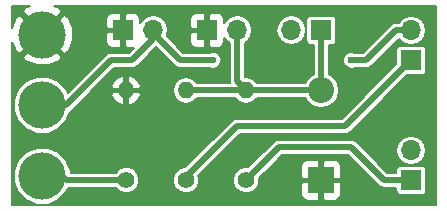
<source format=gbr>
G04 #@! TF.FileFunction,Copper,L1,Top,Signal*
%FSLAX46Y46*%
G04 Gerber Fmt 4.6, Leading zero omitted, Abs format (unit mm)*
G04 Created by KiCad (PCBNEW 4.0.6) date 2018 January 14, Sunday 15:25:02*
%MOMM*%
%LPD*%
G01*
G04 APERTURE LIST*
%ADD10C,0.100000*%
%ADD11R,2.200000X2.200000*%
%ADD12O,2.200000X2.200000*%
%ADD13R,1.700000X1.700000*%
%ADD14O,1.700000X1.700000*%
%ADD15C,1.400000*%
%ADD16O,1.400000X1.400000*%
%ADD17C,4.000000*%
%ADD18C,0.600000*%
%ADD19C,0.500000*%
%ADD20C,0.200000*%
G04 APERTURE END LIST*
D10*
D11*
X151130000Y-109220000D03*
D12*
X151130000Y-101600000D03*
D13*
X141478000Y-96520000D03*
D14*
X144018000Y-96520000D03*
D13*
X158750000Y-99060000D03*
D14*
X158750000Y-96520000D03*
D13*
X151130000Y-96520000D03*
D14*
X148590000Y-96520000D03*
D13*
X158750000Y-109220000D03*
D14*
X158750000Y-106680000D03*
D15*
X139700000Y-109220000D03*
D16*
X139700000Y-101600000D03*
D15*
X144780000Y-109220000D03*
D16*
X144780000Y-101600000D03*
D15*
X134620000Y-109220000D03*
D16*
X134620000Y-101600000D03*
D17*
X127508000Y-108870000D03*
X127508000Y-102870000D03*
X127508000Y-96870000D03*
D13*
X134366000Y-96520000D03*
D14*
X136906000Y-96520000D03*
D18*
X144780000Y-101600000D03*
X141986000Y-99060000D03*
X153670000Y-99060000D03*
D19*
X144780000Y-101600000D02*
X144018000Y-100838000D01*
X144018000Y-100838000D02*
X144018000Y-96520000D01*
X139700000Y-101600000D02*
X144780000Y-101600000D01*
X144780000Y-101600000D02*
X151130000Y-101600000D01*
X151130000Y-101600000D02*
X151130000Y-96520000D01*
X139700000Y-109220000D02*
X139700000Y-108966000D01*
X139700000Y-108966000D02*
X144018000Y-104648000D01*
X144018000Y-104648000D02*
X153162000Y-104648000D01*
X153162000Y-104648000D02*
X158750000Y-99060000D01*
X136906000Y-96520000D02*
X136906000Y-96774000D01*
X136906000Y-96774000D02*
X139192000Y-99060000D01*
X139192000Y-99060000D02*
X141986000Y-99060000D01*
X127508000Y-102870000D02*
X129540000Y-102870000D01*
X135128000Y-99060000D02*
X136906000Y-97282000D01*
X133350000Y-99060000D02*
X135128000Y-99060000D01*
X129540000Y-102870000D02*
X133350000Y-99060000D01*
X136906000Y-97282000D02*
X136906000Y-96520000D01*
X127508000Y-102870000D02*
X128016000Y-102870000D01*
X153670000Y-99060000D02*
X154940000Y-99060000D01*
X158750000Y-96520000D02*
X157480000Y-96520000D01*
X157480000Y-96520000D02*
X154940000Y-99060000D01*
X158750000Y-109220000D02*
X156464000Y-109220000D01*
X147574000Y-106426000D02*
X153670000Y-106426000D01*
X153670000Y-106426000D02*
X156464000Y-109220000D01*
X147574000Y-106426000D02*
X144780000Y-109220000D01*
X127000000Y-107950000D02*
X128270000Y-107950000D01*
X129540000Y-109220000D02*
X134620000Y-109220000D01*
X128270000Y-107950000D02*
X129540000Y-109220000D01*
D20*
G36*
X126072236Y-94631839D02*
X125847459Y-94991670D01*
X127508000Y-96652211D01*
X129168541Y-94991670D01*
X128943764Y-94631839D01*
X128493216Y-94455000D01*
X160815000Y-94455000D01*
X160815000Y-111285000D01*
X124935000Y-111285000D01*
X124935000Y-109345295D01*
X125107584Y-109345295D01*
X125472192Y-110227715D01*
X126146734Y-110903435D01*
X127028516Y-111269583D01*
X127983295Y-111270416D01*
X128865715Y-110905808D01*
X129541435Y-110231266D01*
X129691446Y-109870000D01*
X133714588Y-109870000D01*
X133996087Y-110151991D01*
X134400237Y-110319808D01*
X134837844Y-110320190D01*
X135242286Y-110153078D01*
X135551991Y-109843913D01*
X135719808Y-109439763D01*
X135719809Y-109437844D01*
X138599810Y-109437844D01*
X138766922Y-109842286D01*
X139076087Y-110151991D01*
X139480237Y-110319808D01*
X139917844Y-110320190D01*
X140322286Y-110153078D01*
X140631991Y-109843913D01*
X140799808Y-109439763D01*
X140799809Y-109437844D01*
X143679810Y-109437844D01*
X143846922Y-109842286D01*
X144156087Y-110151991D01*
X144560237Y-110319808D01*
X144997844Y-110320190D01*
X145402286Y-110153078D01*
X145711991Y-109843913D01*
X145843999Y-109526000D01*
X149422000Y-109526000D01*
X149422000Y-110440939D01*
X149514563Y-110664405D01*
X149685596Y-110835438D01*
X149909062Y-110928000D01*
X150824000Y-110928000D01*
X150976000Y-110776000D01*
X150976000Y-109374000D01*
X151284000Y-109374000D01*
X151284000Y-110776000D01*
X151436000Y-110928000D01*
X152350938Y-110928000D01*
X152574404Y-110835438D01*
X152745437Y-110664405D01*
X152838000Y-110440939D01*
X152838000Y-109526000D01*
X152686000Y-109374000D01*
X151284000Y-109374000D01*
X150976000Y-109374000D01*
X149574000Y-109374000D01*
X149422000Y-109526000D01*
X145843999Y-109526000D01*
X145879808Y-109439763D01*
X145880158Y-109039080D01*
X146920177Y-107999061D01*
X149422000Y-107999061D01*
X149422000Y-108914000D01*
X149574000Y-109066000D01*
X150976000Y-109066000D01*
X150976000Y-107664000D01*
X151284000Y-107664000D01*
X151284000Y-109066000D01*
X152686000Y-109066000D01*
X152838000Y-108914000D01*
X152838000Y-107999061D01*
X152745437Y-107775595D01*
X152574404Y-107604562D01*
X152350938Y-107512000D01*
X151436000Y-107512000D01*
X151284000Y-107664000D01*
X150976000Y-107664000D01*
X150824000Y-107512000D01*
X149909062Y-107512000D01*
X149685596Y-107604562D01*
X149514563Y-107775595D01*
X149422000Y-107999061D01*
X146920177Y-107999061D01*
X147843239Y-107076000D01*
X153400762Y-107076000D01*
X156004381Y-109679620D01*
X156215256Y-109820522D01*
X156464000Y-109870000D01*
X157492164Y-109870000D01*
X157492164Y-110070000D01*
X157520056Y-110218231D01*
X157607660Y-110354372D01*
X157741329Y-110445704D01*
X157900000Y-110477836D01*
X159600000Y-110477836D01*
X159748231Y-110449944D01*
X159884372Y-110362340D01*
X159975704Y-110228671D01*
X160007836Y-110070000D01*
X160007836Y-108370000D01*
X159979944Y-108221769D01*
X159892340Y-108085628D01*
X159758671Y-107994296D01*
X159600000Y-107962164D01*
X157900000Y-107962164D01*
X157751769Y-107990056D01*
X157615628Y-108077660D01*
X157524296Y-108211329D01*
X157492164Y-108370000D01*
X157492164Y-108570000D01*
X156733239Y-108570000D01*
X154843239Y-106680000D01*
X157475511Y-106680000D01*
X157570662Y-107158354D01*
X157841628Y-107563883D01*
X158247157Y-107834849D01*
X158725511Y-107930000D01*
X158774489Y-107930000D01*
X159252843Y-107834849D01*
X159658372Y-107563883D01*
X159929338Y-107158354D01*
X160024489Y-106680000D01*
X159929338Y-106201646D01*
X159658372Y-105796117D01*
X159252843Y-105525151D01*
X158774489Y-105430000D01*
X158725511Y-105430000D01*
X158247157Y-105525151D01*
X157841628Y-105796117D01*
X157570662Y-106201646D01*
X157475511Y-106680000D01*
X154843239Y-106680000D01*
X154129619Y-105966381D01*
X153918745Y-105825478D01*
X153877476Y-105817269D01*
X153670000Y-105776000D01*
X147574000Y-105776000D01*
X147325256Y-105825478D01*
X147114381Y-105966380D01*
X144960604Y-108120158D01*
X144562156Y-108119810D01*
X144157714Y-108286922D01*
X143848009Y-108596087D01*
X143680192Y-109000237D01*
X143679810Y-109437844D01*
X140799809Y-109437844D01*
X140800190Y-109002156D01*
X140736712Y-108848527D01*
X144287239Y-105298000D01*
X153162000Y-105298000D01*
X153369476Y-105256731D01*
X153410745Y-105248522D01*
X153621619Y-105107619D01*
X158411403Y-100317836D01*
X159600000Y-100317836D01*
X159748231Y-100289944D01*
X159884372Y-100202340D01*
X159975704Y-100068671D01*
X160007836Y-99910000D01*
X160007836Y-98210000D01*
X159979944Y-98061769D01*
X159892340Y-97925628D01*
X159758671Y-97834296D01*
X159600000Y-97802164D01*
X157900000Y-97802164D01*
X157751769Y-97830056D01*
X157615628Y-97917660D01*
X157524296Y-98051329D01*
X157492164Y-98210000D01*
X157492164Y-99398597D01*
X152892762Y-103998000D01*
X144018000Y-103998000D01*
X143810524Y-104039269D01*
X143769255Y-104047478D01*
X143558380Y-104188381D01*
X139626826Y-108119936D01*
X139482156Y-108119810D01*
X139077714Y-108286922D01*
X138768009Y-108596087D01*
X138600192Y-109000237D01*
X138599810Y-109437844D01*
X135719809Y-109437844D01*
X135720190Y-109002156D01*
X135553078Y-108597714D01*
X135243913Y-108288009D01*
X134839763Y-108120192D01*
X134402156Y-108119810D01*
X133997714Y-108286922D01*
X133714142Y-108570000D01*
X129908263Y-108570000D01*
X129908416Y-108394705D01*
X129543808Y-107512285D01*
X128869266Y-106836565D01*
X127987484Y-106470417D01*
X127032705Y-106469584D01*
X126150285Y-106834192D01*
X125474565Y-107508734D01*
X125108417Y-108390516D01*
X125107584Y-109345295D01*
X124935000Y-109345295D01*
X124935000Y-103345295D01*
X125107584Y-103345295D01*
X125472192Y-104227715D01*
X126146734Y-104903435D01*
X127028516Y-105269583D01*
X127983295Y-105270416D01*
X128865715Y-104905808D01*
X129541435Y-104231266D01*
X129883658Y-103407103D01*
X129999619Y-103329619D01*
X131373939Y-101955299D01*
X133361167Y-101955299D01*
X133592957Y-102409988D01*
X133981105Y-102741364D01*
X134264703Y-102858820D01*
X134466000Y-102745696D01*
X134466000Y-101754000D01*
X134774000Y-101754000D01*
X134774000Y-102745696D01*
X134975297Y-102858820D01*
X135258895Y-102741364D01*
X135647043Y-102409988D01*
X135878833Y-101955299D01*
X135766916Y-101754000D01*
X134774000Y-101754000D01*
X134466000Y-101754000D01*
X133473084Y-101754000D01*
X133361167Y-101955299D01*
X131373939Y-101955299D01*
X131750788Y-101578450D01*
X138600000Y-101578450D01*
X138600000Y-101621550D01*
X138683733Y-102042502D01*
X138922183Y-102399367D01*
X139279048Y-102637817D01*
X139700000Y-102721550D01*
X140120952Y-102637817D01*
X140477817Y-102399367D01*
X140577621Y-102250000D01*
X143902379Y-102250000D01*
X144002183Y-102399367D01*
X144359048Y-102637817D01*
X144780000Y-102721550D01*
X145200952Y-102637817D01*
X145557817Y-102399367D01*
X145657621Y-102250000D01*
X149775310Y-102250000D01*
X150069340Y-102690047D01*
X150555975Y-103015206D01*
X151130000Y-103129387D01*
X151704025Y-103015206D01*
X152190660Y-102690047D01*
X152515819Y-102203412D01*
X152630000Y-101629387D01*
X152630000Y-101570613D01*
X152515819Y-100996588D01*
X152190660Y-100509953D01*
X151780000Y-100235559D01*
X151780000Y-99198628D01*
X152969879Y-99198628D01*
X153076223Y-99456000D01*
X153272964Y-99653085D01*
X153530150Y-99759878D01*
X153808628Y-99760121D01*
X153929930Y-99710000D01*
X154940000Y-99710000D01*
X155147476Y-99668731D01*
X155188745Y-99660522D01*
X155399619Y-99519619D01*
X157710942Y-97208297D01*
X157841628Y-97403883D01*
X158247157Y-97674849D01*
X158725511Y-97770000D01*
X158774489Y-97770000D01*
X159252843Y-97674849D01*
X159658372Y-97403883D01*
X159929338Y-96998354D01*
X160024489Y-96520000D01*
X159929338Y-96041646D01*
X159658372Y-95636117D01*
X159252843Y-95365151D01*
X158774489Y-95270000D01*
X158725511Y-95270000D01*
X158247157Y-95365151D01*
X157841628Y-95636117D01*
X157685352Y-95870000D01*
X157480000Y-95870000D01*
X157231256Y-95919478D01*
X157231254Y-95919479D01*
X157231255Y-95919479D01*
X157020380Y-96060381D01*
X154670762Y-98410000D01*
X153929970Y-98410000D01*
X153809850Y-98360122D01*
X153531372Y-98359879D01*
X153274000Y-98466223D01*
X153076915Y-98662964D01*
X152970122Y-98920150D01*
X152969879Y-99198628D01*
X151780000Y-99198628D01*
X151780000Y-97777836D01*
X151980000Y-97777836D01*
X152128231Y-97749944D01*
X152264372Y-97662340D01*
X152355704Y-97528671D01*
X152387836Y-97370000D01*
X152387836Y-95670000D01*
X152359944Y-95521769D01*
X152272340Y-95385628D01*
X152138671Y-95294296D01*
X151980000Y-95262164D01*
X150280000Y-95262164D01*
X150131769Y-95290056D01*
X149995628Y-95377660D01*
X149904296Y-95511329D01*
X149872164Y-95670000D01*
X149872164Y-97370000D01*
X149900056Y-97518231D01*
X149987660Y-97654372D01*
X150121329Y-97745704D01*
X150280000Y-97777836D01*
X150480000Y-97777836D01*
X150480000Y-100235559D01*
X150069340Y-100509953D01*
X149775310Y-100950000D01*
X145657621Y-100950000D01*
X145557817Y-100800633D01*
X145200952Y-100562183D01*
X144780000Y-100478450D01*
X144668000Y-100500728D01*
X144668000Y-97584648D01*
X144901883Y-97428372D01*
X145172849Y-97022843D01*
X145268000Y-96544489D01*
X145268000Y-96495511D01*
X147340000Y-96495511D01*
X147340000Y-96544489D01*
X147435151Y-97022843D01*
X147706117Y-97428372D01*
X148111646Y-97699338D01*
X148590000Y-97794489D01*
X149068354Y-97699338D01*
X149473883Y-97428372D01*
X149744849Y-97022843D01*
X149840000Y-96544489D01*
X149840000Y-96495511D01*
X149744849Y-96017157D01*
X149473883Y-95611628D01*
X149068354Y-95340662D01*
X148590000Y-95245511D01*
X148111646Y-95340662D01*
X147706117Y-95611628D01*
X147435151Y-96017157D01*
X147340000Y-96495511D01*
X145268000Y-96495511D01*
X145172849Y-96017157D01*
X144901883Y-95611628D01*
X144496354Y-95340662D01*
X144018000Y-95245511D01*
X143539646Y-95340662D01*
X143134117Y-95611628D01*
X142936000Y-95908131D01*
X142936000Y-95549061D01*
X142843437Y-95325595D01*
X142672404Y-95154562D01*
X142448938Y-95062000D01*
X141784000Y-95062000D01*
X141632000Y-95214000D01*
X141632000Y-96366000D01*
X141652000Y-96366000D01*
X141652000Y-96674000D01*
X141632000Y-96674000D01*
X141632000Y-97826000D01*
X141784000Y-97978000D01*
X142448938Y-97978000D01*
X142672404Y-97885438D01*
X142843437Y-97714405D01*
X142936000Y-97490939D01*
X142936000Y-97131869D01*
X143134117Y-97428372D01*
X143368000Y-97584648D01*
X143368000Y-100838000D01*
X143390278Y-100950000D01*
X140577621Y-100950000D01*
X140477817Y-100800633D01*
X140120952Y-100562183D01*
X139700000Y-100478450D01*
X139279048Y-100562183D01*
X138922183Y-100800633D01*
X138683733Y-101157498D01*
X138600000Y-101578450D01*
X131750788Y-101578450D01*
X132084537Y-101244701D01*
X133361167Y-101244701D01*
X133473084Y-101446000D01*
X134466000Y-101446000D01*
X134466000Y-100454304D01*
X134774000Y-100454304D01*
X134774000Y-101446000D01*
X135766916Y-101446000D01*
X135878833Y-101244701D01*
X135647043Y-100790012D01*
X135258895Y-100458636D01*
X134975297Y-100341180D01*
X134774000Y-100454304D01*
X134466000Y-100454304D01*
X134264703Y-100341180D01*
X133981105Y-100458636D01*
X133592957Y-100790012D01*
X133361167Y-101244701D01*
X132084537Y-101244701D01*
X133619239Y-99710000D01*
X135128000Y-99710000D01*
X135335476Y-99668731D01*
X135376745Y-99660522D01*
X135587619Y-99519619D01*
X137160000Y-97947239D01*
X138732380Y-99519619D01*
X138943255Y-99660522D01*
X138984524Y-99668731D01*
X139192000Y-99710000D01*
X141726030Y-99710000D01*
X141846150Y-99759878D01*
X142124628Y-99760121D01*
X142382000Y-99653777D01*
X142579085Y-99457036D01*
X142685878Y-99199850D01*
X142686121Y-98921372D01*
X142579777Y-98664000D01*
X142383036Y-98466915D01*
X142125850Y-98360122D01*
X141847372Y-98359879D01*
X141726070Y-98410000D01*
X139461239Y-98410000D01*
X138063044Y-97011806D01*
X138100003Y-96826000D01*
X140020000Y-96826000D01*
X140020000Y-97490939D01*
X140112563Y-97714405D01*
X140283596Y-97885438D01*
X140507062Y-97978000D01*
X141172000Y-97978000D01*
X141324000Y-97826000D01*
X141324000Y-96674000D01*
X140172000Y-96674000D01*
X140020000Y-96826000D01*
X138100003Y-96826000D01*
X138156000Y-96544489D01*
X138156000Y-96495511D01*
X138060849Y-96017157D01*
X137789883Y-95611628D01*
X137696245Y-95549061D01*
X140020000Y-95549061D01*
X140020000Y-96214000D01*
X140172000Y-96366000D01*
X141324000Y-96366000D01*
X141324000Y-95214000D01*
X141172000Y-95062000D01*
X140507062Y-95062000D01*
X140283596Y-95154562D01*
X140112563Y-95325595D01*
X140020000Y-95549061D01*
X137696245Y-95549061D01*
X137384354Y-95340662D01*
X136906000Y-95245511D01*
X136427646Y-95340662D01*
X136022117Y-95611628D01*
X135824000Y-95908131D01*
X135824000Y-95549061D01*
X135731437Y-95325595D01*
X135560404Y-95154562D01*
X135336938Y-95062000D01*
X134672000Y-95062000D01*
X134520000Y-95214000D01*
X134520000Y-96366000D01*
X134540000Y-96366000D01*
X134540000Y-96674000D01*
X134520000Y-96674000D01*
X134520000Y-97826000D01*
X134672000Y-97978000D01*
X135290762Y-97978000D01*
X134858762Y-98410000D01*
X133350000Y-98410000D01*
X133101256Y-98459478D01*
X132890381Y-98600380D01*
X129670897Y-101819865D01*
X129543808Y-101512285D01*
X128869266Y-100836565D01*
X127987484Y-100470417D01*
X127032705Y-100469584D01*
X126150285Y-100834192D01*
X125474565Y-101508734D01*
X125108417Y-102390516D01*
X125107584Y-103345295D01*
X124935000Y-103345295D01*
X124935000Y-98748330D01*
X125847459Y-98748330D01*
X126072236Y-99108161D01*
X127038034Y-99487234D01*
X128075380Y-99467857D01*
X128943764Y-99108161D01*
X129168541Y-98748330D01*
X127508000Y-97087789D01*
X125847459Y-98748330D01*
X124935000Y-98748330D01*
X124935000Y-97497390D01*
X125269839Y-98305764D01*
X125629670Y-98530541D01*
X127290211Y-96870000D01*
X127725789Y-96870000D01*
X129386330Y-98530541D01*
X129746161Y-98305764D01*
X130125234Y-97339966D01*
X130115634Y-96826000D01*
X132908000Y-96826000D01*
X132908000Y-97490939D01*
X133000563Y-97714405D01*
X133171596Y-97885438D01*
X133395062Y-97978000D01*
X134060000Y-97978000D01*
X134212000Y-97826000D01*
X134212000Y-96674000D01*
X133060000Y-96674000D01*
X132908000Y-96826000D01*
X130115634Y-96826000D01*
X130105857Y-96302620D01*
X129793724Y-95549061D01*
X132908000Y-95549061D01*
X132908000Y-96214000D01*
X133060000Y-96366000D01*
X134212000Y-96366000D01*
X134212000Y-95214000D01*
X134060000Y-95062000D01*
X133395062Y-95062000D01*
X133171596Y-95154562D01*
X133000563Y-95325595D01*
X132908000Y-95549061D01*
X129793724Y-95549061D01*
X129746161Y-95434236D01*
X129386330Y-95209459D01*
X127725789Y-96870000D01*
X127290211Y-96870000D01*
X125629670Y-95209459D01*
X125269839Y-95434236D01*
X124935000Y-96287335D01*
X124935000Y-94455000D01*
X126499164Y-94455000D01*
X126072236Y-94631839D01*
X126072236Y-94631839D01*
G37*
X126072236Y-94631839D02*
X125847459Y-94991670D01*
X127508000Y-96652211D01*
X129168541Y-94991670D01*
X128943764Y-94631839D01*
X128493216Y-94455000D01*
X160815000Y-94455000D01*
X160815000Y-111285000D01*
X124935000Y-111285000D01*
X124935000Y-109345295D01*
X125107584Y-109345295D01*
X125472192Y-110227715D01*
X126146734Y-110903435D01*
X127028516Y-111269583D01*
X127983295Y-111270416D01*
X128865715Y-110905808D01*
X129541435Y-110231266D01*
X129691446Y-109870000D01*
X133714588Y-109870000D01*
X133996087Y-110151991D01*
X134400237Y-110319808D01*
X134837844Y-110320190D01*
X135242286Y-110153078D01*
X135551991Y-109843913D01*
X135719808Y-109439763D01*
X135719809Y-109437844D01*
X138599810Y-109437844D01*
X138766922Y-109842286D01*
X139076087Y-110151991D01*
X139480237Y-110319808D01*
X139917844Y-110320190D01*
X140322286Y-110153078D01*
X140631991Y-109843913D01*
X140799808Y-109439763D01*
X140799809Y-109437844D01*
X143679810Y-109437844D01*
X143846922Y-109842286D01*
X144156087Y-110151991D01*
X144560237Y-110319808D01*
X144997844Y-110320190D01*
X145402286Y-110153078D01*
X145711991Y-109843913D01*
X145843999Y-109526000D01*
X149422000Y-109526000D01*
X149422000Y-110440939D01*
X149514563Y-110664405D01*
X149685596Y-110835438D01*
X149909062Y-110928000D01*
X150824000Y-110928000D01*
X150976000Y-110776000D01*
X150976000Y-109374000D01*
X151284000Y-109374000D01*
X151284000Y-110776000D01*
X151436000Y-110928000D01*
X152350938Y-110928000D01*
X152574404Y-110835438D01*
X152745437Y-110664405D01*
X152838000Y-110440939D01*
X152838000Y-109526000D01*
X152686000Y-109374000D01*
X151284000Y-109374000D01*
X150976000Y-109374000D01*
X149574000Y-109374000D01*
X149422000Y-109526000D01*
X145843999Y-109526000D01*
X145879808Y-109439763D01*
X145880158Y-109039080D01*
X146920177Y-107999061D01*
X149422000Y-107999061D01*
X149422000Y-108914000D01*
X149574000Y-109066000D01*
X150976000Y-109066000D01*
X150976000Y-107664000D01*
X151284000Y-107664000D01*
X151284000Y-109066000D01*
X152686000Y-109066000D01*
X152838000Y-108914000D01*
X152838000Y-107999061D01*
X152745437Y-107775595D01*
X152574404Y-107604562D01*
X152350938Y-107512000D01*
X151436000Y-107512000D01*
X151284000Y-107664000D01*
X150976000Y-107664000D01*
X150824000Y-107512000D01*
X149909062Y-107512000D01*
X149685596Y-107604562D01*
X149514563Y-107775595D01*
X149422000Y-107999061D01*
X146920177Y-107999061D01*
X147843239Y-107076000D01*
X153400762Y-107076000D01*
X156004381Y-109679620D01*
X156215256Y-109820522D01*
X156464000Y-109870000D01*
X157492164Y-109870000D01*
X157492164Y-110070000D01*
X157520056Y-110218231D01*
X157607660Y-110354372D01*
X157741329Y-110445704D01*
X157900000Y-110477836D01*
X159600000Y-110477836D01*
X159748231Y-110449944D01*
X159884372Y-110362340D01*
X159975704Y-110228671D01*
X160007836Y-110070000D01*
X160007836Y-108370000D01*
X159979944Y-108221769D01*
X159892340Y-108085628D01*
X159758671Y-107994296D01*
X159600000Y-107962164D01*
X157900000Y-107962164D01*
X157751769Y-107990056D01*
X157615628Y-108077660D01*
X157524296Y-108211329D01*
X157492164Y-108370000D01*
X157492164Y-108570000D01*
X156733239Y-108570000D01*
X154843239Y-106680000D01*
X157475511Y-106680000D01*
X157570662Y-107158354D01*
X157841628Y-107563883D01*
X158247157Y-107834849D01*
X158725511Y-107930000D01*
X158774489Y-107930000D01*
X159252843Y-107834849D01*
X159658372Y-107563883D01*
X159929338Y-107158354D01*
X160024489Y-106680000D01*
X159929338Y-106201646D01*
X159658372Y-105796117D01*
X159252843Y-105525151D01*
X158774489Y-105430000D01*
X158725511Y-105430000D01*
X158247157Y-105525151D01*
X157841628Y-105796117D01*
X157570662Y-106201646D01*
X157475511Y-106680000D01*
X154843239Y-106680000D01*
X154129619Y-105966381D01*
X153918745Y-105825478D01*
X153877476Y-105817269D01*
X153670000Y-105776000D01*
X147574000Y-105776000D01*
X147325256Y-105825478D01*
X147114381Y-105966380D01*
X144960604Y-108120158D01*
X144562156Y-108119810D01*
X144157714Y-108286922D01*
X143848009Y-108596087D01*
X143680192Y-109000237D01*
X143679810Y-109437844D01*
X140799809Y-109437844D01*
X140800190Y-109002156D01*
X140736712Y-108848527D01*
X144287239Y-105298000D01*
X153162000Y-105298000D01*
X153369476Y-105256731D01*
X153410745Y-105248522D01*
X153621619Y-105107619D01*
X158411403Y-100317836D01*
X159600000Y-100317836D01*
X159748231Y-100289944D01*
X159884372Y-100202340D01*
X159975704Y-100068671D01*
X160007836Y-99910000D01*
X160007836Y-98210000D01*
X159979944Y-98061769D01*
X159892340Y-97925628D01*
X159758671Y-97834296D01*
X159600000Y-97802164D01*
X157900000Y-97802164D01*
X157751769Y-97830056D01*
X157615628Y-97917660D01*
X157524296Y-98051329D01*
X157492164Y-98210000D01*
X157492164Y-99398597D01*
X152892762Y-103998000D01*
X144018000Y-103998000D01*
X143810524Y-104039269D01*
X143769255Y-104047478D01*
X143558380Y-104188381D01*
X139626826Y-108119936D01*
X139482156Y-108119810D01*
X139077714Y-108286922D01*
X138768009Y-108596087D01*
X138600192Y-109000237D01*
X138599810Y-109437844D01*
X135719809Y-109437844D01*
X135720190Y-109002156D01*
X135553078Y-108597714D01*
X135243913Y-108288009D01*
X134839763Y-108120192D01*
X134402156Y-108119810D01*
X133997714Y-108286922D01*
X133714142Y-108570000D01*
X129908263Y-108570000D01*
X129908416Y-108394705D01*
X129543808Y-107512285D01*
X128869266Y-106836565D01*
X127987484Y-106470417D01*
X127032705Y-106469584D01*
X126150285Y-106834192D01*
X125474565Y-107508734D01*
X125108417Y-108390516D01*
X125107584Y-109345295D01*
X124935000Y-109345295D01*
X124935000Y-103345295D01*
X125107584Y-103345295D01*
X125472192Y-104227715D01*
X126146734Y-104903435D01*
X127028516Y-105269583D01*
X127983295Y-105270416D01*
X128865715Y-104905808D01*
X129541435Y-104231266D01*
X129883658Y-103407103D01*
X129999619Y-103329619D01*
X131373939Y-101955299D01*
X133361167Y-101955299D01*
X133592957Y-102409988D01*
X133981105Y-102741364D01*
X134264703Y-102858820D01*
X134466000Y-102745696D01*
X134466000Y-101754000D01*
X134774000Y-101754000D01*
X134774000Y-102745696D01*
X134975297Y-102858820D01*
X135258895Y-102741364D01*
X135647043Y-102409988D01*
X135878833Y-101955299D01*
X135766916Y-101754000D01*
X134774000Y-101754000D01*
X134466000Y-101754000D01*
X133473084Y-101754000D01*
X133361167Y-101955299D01*
X131373939Y-101955299D01*
X131750788Y-101578450D01*
X138600000Y-101578450D01*
X138600000Y-101621550D01*
X138683733Y-102042502D01*
X138922183Y-102399367D01*
X139279048Y-102637817D01*
X139700000Y-102721550D01*
X140120952Y-102637817D01*
X140477817Y-102399367D01*
X140577621Y-102250000D01*
X143902379Y-102250000D01*
X144002183Y-102399367D01*
X144359048Y-102637817D01*
X144780000Y-102721550D01*
X145200952Y-102637817D01*
X145557817Y-102399367D01*
X145657621Y-102250000D01*
X149775310Y-102250000D01*
X150069340Y-102690047D01*
X150555975Y-103015206D01*
X151130000Y-103129387D01*
X151704025Y-103015206D01*
X152190660Y-102690047D01*
X152515819Y-102203412D01*
X152630000Y-101629387D01*
X152630000Y-101570613D01*
X152515819Y-100996588D01*
X152190660Y-100509953D01*
X151780000Y-100235559D01*
X151780000Y-99198628D01*
X152969879Y-99198628D01*
X153076223Y-99456000D01*
X153272964Y-99653085D01*
X153530150Y-99759878D01*
X153808628Y-99760121D01*
X153929930Y-99710000D01*
X154940000Y-99710000D01*
X155147476Y-99668731D01*
X155188745Y-99660522D01*
X155399619Y-99519619D01*
X157710942Y-97208297D01*
X157841628Y-97403883D01*
X158247157Y-97674849D01*
X158725511Y-97770000D01*
X158774489Y-97770000D01*
X159252843Y-97674849D01*
X159658372Y-97403883D01*
X159929338Y-96998354D01*
X160024489Y-96520000D01*
X159929338Y-96041646D01*
X159658372Y-95636117D01*
X159252843Y-95365151D01*
X158774489Y-95270000D01*
X158725511Y-95270000D01*
X158247157Y-95365151D01*
X157841628Y-95636117D01*
X157685352Y-95870000D01*
X157480000Y-95870000D01*
X157231256Y-95919478D01*
X157231254Y-95919479D01*
X157231255Y-95919479D01*
X157020380Y-96060381D01*
X154670762Y-98410000D01*
X153929970Y-98410000D01*
X153809850Y-98360122D01*
X153531372Y-98359879D01*
X153274000Y-98466223D01*
X153076915Y-98662964D01*
X152970122Y-98920150D01*
X152969879Y-99198628D01*
X151780000Y-99198628D01*
X151780000Y-97777836D01*
X151980000Y-97777836D01*
X152128231Y-97749944D01*
X152264372Y-97662340D01*
X152355704Y-97528671D01*
X152387836Y-97370000D01*
X152387836Y-95670000D01*
X152359944Y-95521769D01*
X152272340Y-95385628D01*
X152138671Y-95294296D01*
X151980000Y-95262164D01*
X150280000Y-95262164D01*
X150131769Y-95290056D01*
X149995628Y-95377660D01*
X149904296Y-95511329D01*
X149872164Y-95670000D01*
X149872164Y-97370000D01*
X149900056Y-97518231D01*
X149987660Y-97654372D01*
X150121329Y-97745704D01*
X150280000Y-97777836D01*
X150480000Y-97777836D01*
X150480000Y-100235559D01*
X150069340Y-100509953D01*
X149775310Y-100950000D01*
X145657621Y-100950000D01*
X145557817Y-100800633D01*
X145200952Y-100562183D01*
X144780000Y-100478450D01*
X144668000Y-100500728D01*
X144668000Y-97584648D01*
X144901883Y-97428372D01*
X145172849Y-97022843D01*
X145268000Y-96544489D01*
X145268000Y-96495511D01*
X147340000Y-96495511D01*
X147340000Y-96544489D01*
X147435151Y-97022843D01*
X147706117Y-97428372D01*
X148111646Y-97699338D01*
X148590000Y-97794489D01*
X149068354Y-97699338D01*
X149473883Y-97428372D01*
X149744849Y-97022843D01*
X149840000Y-96544489D01*
X149840000Y-96495511D01*
X149744849Y-96017157D01*
X149473883Y-95611628D01*
X149068354Y-95340662D01*
X148590000Y-95245511D01*
X148111646Y-95340662D01*
X147706117Y-95611628D01*
X147435151Y-96017157D01*
X147340000Y-96495511D01*
X145268000Y-96495511D01*
X145172849Y-96017157D01*
X144901883Y-95611628D01*
X144496354Y-95340662D01*
X144018000Y-95245511D01*
X143539646Y-95340662D01*
X143134117Y-95611628D01*
X142936000Y-95908131D01*
X142936000Y-95549061D01*
X142843437Y-95325595D01*
X142672404Y-95154562D01*
X142448938Y-95062000D01*
X141784000Y-95062000D01*
X141632000Y-95214000D01*
X141632000Y-96366000D01*
X141652000Y-96366000D01*
X141652000Y-96674000D01*
X141632000Y-96674000D01*
X141632000Y-97826000D01*
X141784000Y-97978000D01*
X142448938Y-97978000D01*
X142672404Y-97885438D01*
X142843437Y-97714405D01*
X142936000Y-97490939D01*
X142936000Y-97131869D01*
X143134117Y-97428372D01*
X143368000Y-97584648D01*
X143368000Y-100838000D01*
X143390278Y-100950000D01*
X140577621Y-100950000D01*
X140477817Y-100800633D01*
X140120952Y-100562183D01*
X139700000Y-100478450D01*
X139279048Y-100562183D01*
X138922183Y-100800633D01*
X138683733Y-101157498D01*
X138600000Y-101578450D01*
X131750788Y-101578450D01*
X132084537Y-101244701D01*
X133361167Y-101244701D01*
X133473084Y-101446000D01*
X134466000Y-101446000D01*
X134466000Y-100454304D01*
X134774000Y-100454304D01*
X134774000Y-101446000D01*
X135766916Y-101446000D01*
X135878833Y-101244701D01*
X135647043Y-100790012D01*
X135258895Y-100458636D01*
X134975297Y-100341180D01*
X134774000Y-100454304D01*
X134466000Y-100454304D01*
X134264703Y-100341180D01*
X133981105Y-100458636D01*
X133592957Y-100790012D01*
X133361167Y-101244701D01*
X132084537Y-101244701D01*
X133619239Y-99710000D01*
X135128000Y-99710000D01*
X135335476Y-99668731D01*
X135376745Y-99660522D01*
X135587619Y-99519619D01*
X137160000Y-97947239D01*
X138732380Y-99519619D01*
X138943255Y-99660522D01*
X138984524Y-99668731D01*
X139192000Y-99710000D01*
X141726030Y-99710000D01*
X141846150Y-99759878D01*
X142124628Y-99760121D01*
X142382000Y-99653777D01*
X142579085Y-99457036D01*
X142685878Y-99199850D01*
X142686121Y-98921372D01*
X142579777Y-98664000D01*
X142383036Y-98466915D01*
X142125850Y-98360122D01*
X141847372Y-98359879D01*
X141726070Y-98410000D01*
X139461239Y-98410000D01*
X138063044Y-97011806D01*
X138100003Y-96826000D01*
X140020000Y-96826000D01*
X140020000Y-97490939D01*
X140112563Y-97714405D01*
X140283596Y-97885438D01*
X140507062Y-97978000D01*
X141172000Y-97978000D01*
X141324000Y-97826000D01*
X141324000Y-96674000D01*
X140172000Y-96674000D01*
X140020000Y-96826000D01*
X138100003Y-96826000D01*
X138156000Y-96544489D01*
X138156000Y-96495511D01*
X138060849Y-96017157D01*
X137789883Y-95611628D01*
X137696245Y-95549061D01*
X140020000Y-95549061D01*
X140020000Y-96214000D01*
X140172000Y-96366000D01*
X141324000Y-96366000D01*
X141324000Y-95214000D01*
X141172000Y-95062000D01*
X140507062Y-95062000D01*
X140283596Y-95154562D01*
X140112563Y-95325595D01*
X140020000Y-95549061D01*
X137696245Y-95549061D01*
X137384354Y-95340662D01*
X136906000Y-95245511D01*
X136427646Y-95340662D01*
X136022117Y-95611628D01*
X135824000Y-95908131D01*
X135824000Y-95549061D01*
X135731437Y-95325595D01*
X135560404Y-95154562D01*
X135336938Y-95062000D01*
X134672000Y-95062000D01*
X134520000Y-95214000D01*
X134520000Y-96366000D01*
X134540000Y-96366000D01*
X134540000Y-96674000D01*
X134520000Y-96674000D01*
X134520000Y-97826000D01*
X134672000Y-97978000D01*
X135290762Y-97978000D01*
X134858762Y-98410000D01*
X133350000Y-98410000D01*
X133101256Y-98459478D01*
X132890381Y-98600380D01*
X129670897Y-101819865D01*
X129543808Y-101512285D01*
X128869266Y-100836565D01*
X127987484Y-100470417D01*
X127032705Y-100469584D01*
X126150285Y-100834192D01*
X125474565Y-101508734D01*
X125108417Y-102390516D01*
X125107584Y-103345295D01*
X124935000Y-103345295D01*
X124935000Y-98748330D01*
X125847459Y-98748330D01*
X126072236Y-99108161D01*
X127038034Y-99487234D01*
X128075380Y-99467857D01*
X128943764Y-99108161D01*
X129168541Y-98748330D01*
X127508000Y-97087789D01*
X125847459Y-98748330D01*
X124935000Y-98748330D01*
X124935000Y-97497390D01*
X125269839Y-98305764D01*
X125629670Y-98530541D01*
X127290211Y-96870000D01*
X127725789Y-96870000D01*
X129386330Y-98530541D01*
X129746161Y-98305764D01*
X130125234Y-97339966D01*
X130115634Y-96826000D01*
X132908000Y-96826000D01*
X132908000Y-97490939D01*
X133000563Y-97714405D01*
X133171596Y-97885438D01*
X133395062Y-97978000D01*
X134060000Y-97978000D01*
X134212000Y-97826000D01*
X134212000Y-96674000D01*
X133060000Y-96674000D01*
X132908000Y-96826000D01*
X130115634Y-96826000D01*
X130105857Y-96302620D01*
X129793724Y-95549061D01*
X132908000Y-95549061D01*
X132908000Y-96214000D01*
X133060000Y-96366000D01*
X134212000Y-96366000D01*
X134212000Y-95214000D01*
X134060000Y-95062000D01*
X133395062Y-95062000D01*
X133171596Y-95154562D01*
X133000563Y-95325595D01*
X132908000Y-95549061D01*
X129793724Y-95549061D01*
X129746161Y-95434236D01*
X129386330Y-95209459D01*
X127725789Y-96870000D01*
X127290211Y-96870000D01*
X125629670Y-95209459D01*
X125269839Y-95434236D01*
X124935000Y-96287335D01*
X124935000Y-94455000D01*
X126499164Y-94455000D01*
X126072236Y-94631839D01*
M02*

</source>
